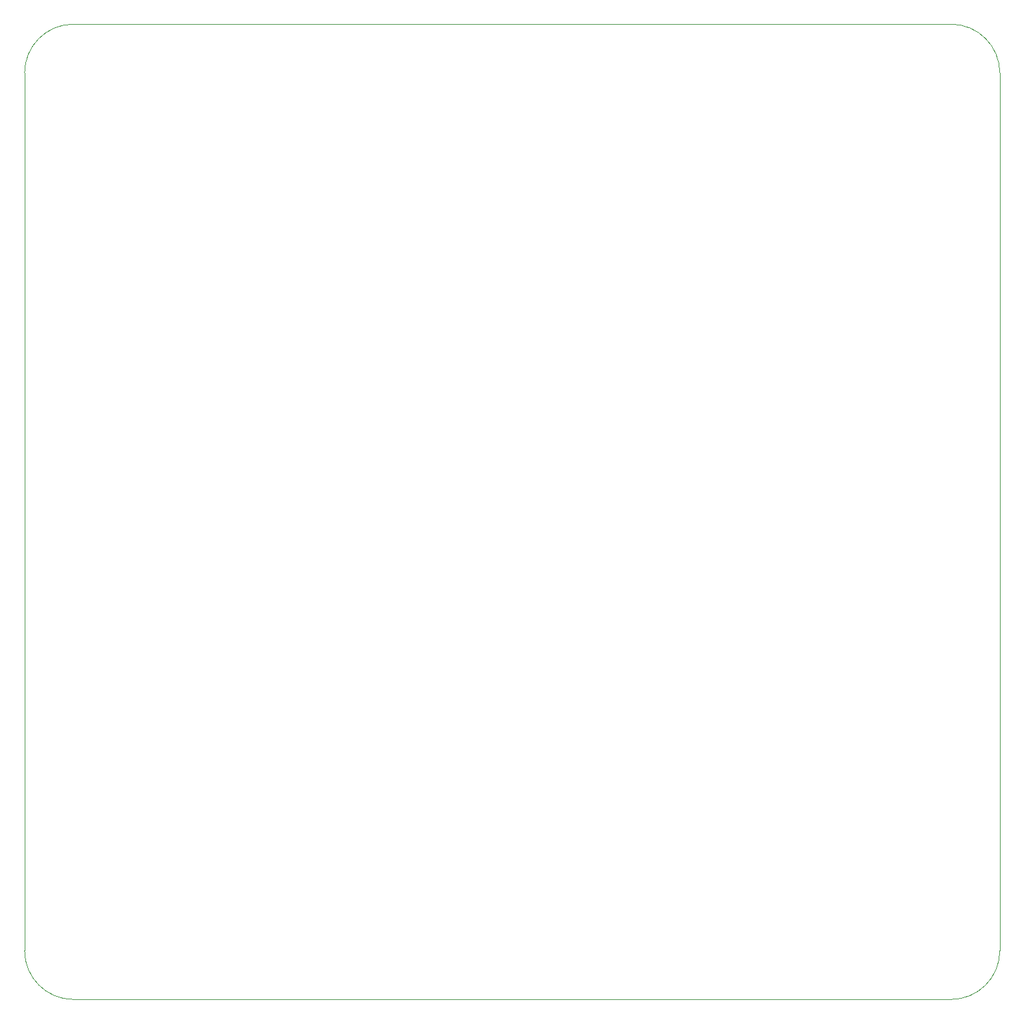
<source format=gm1>
G04 #@! TF.GenerationSoftware,KiCad,Pcbnew,(6.0.7)*
G04 #@! TF.CreationDate,2022-11-10T17:29:02-05:00*
G04 #@! TF.ProjectId,M5TC-2022-U4BN,4d355443-2d32-4303-9232-2d5534424e2e,rev?*
G04 #@! TF.SameCoordinates,Original*
G04 #@! TF.FileFunction,Profile,NP*
%FSLAX46Y46*%
G04 Gerber Fmt 4.6, Leading zero omitted, Abs format (unit mm)*
G04 Created by KiCad (PCBNEW (6.0.7)) date 2022-11-10 17:29:02*
%MOMM*%
%LPD*%
G01*
G04 APERTURE LIST*
G04 #@! TA.AperFunction,Profile*
%ADD10C,0.050000*%
G04 #@! TD*
G04 APERTURE END LIST*
D10*
X158750000Y-101600000D02*
X273050000Y-101600000D01*
X279400000Y-107950000D02*
X279400000Y-222250000D01*
X273050000Y-228600000D02*
X158750000Y-228600000D01*
X152400000Y-222250000D02*
X152400000Y-107950000D01*
X279400000Y-107950000D02*
G75*
G03*
X273050000Y-101600000I-6350000J0D01*
G01*
X273050000Y-228600000D02*
G75*
G03*
X279400000Y-222250000I0J6350000D01*
G01*
X152400000Y-222250000D02*
G75*
G03*
X158750000Y-228600000I6350000J0D01*
G01*
X158750000Y-101600000D02*
G75*
G03*
X152400000Y-107950000I0J-6350000D01*
G01*
M02*

</source>
